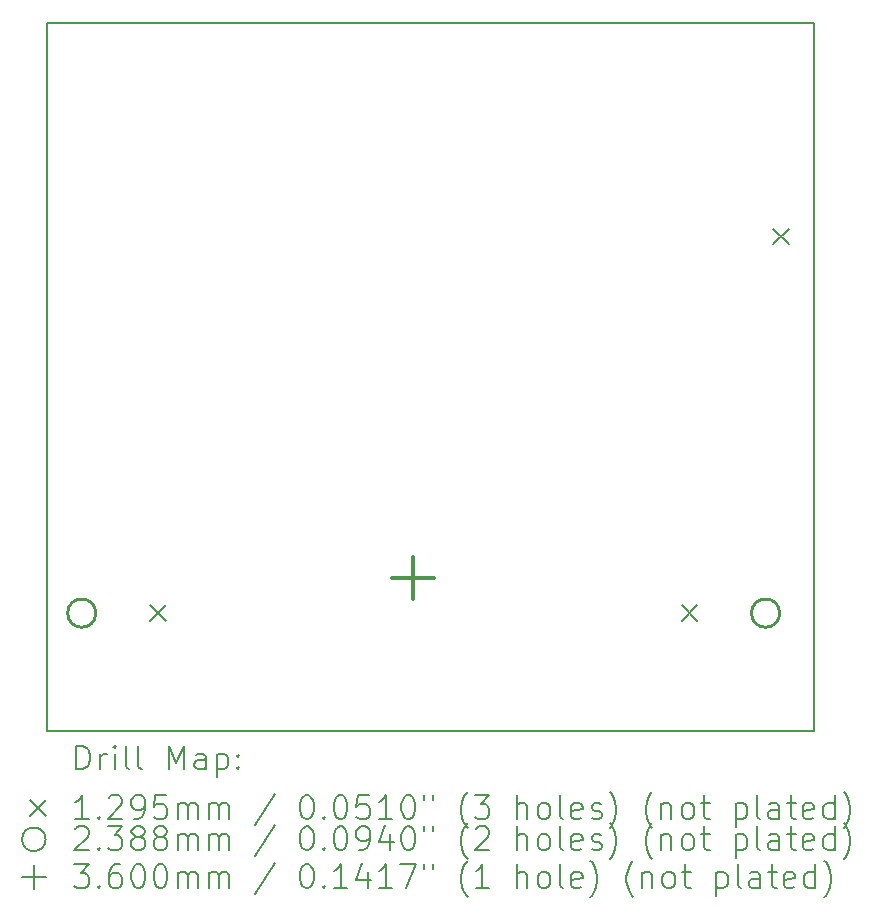
<source format=gbr>
%TF.GenerationSoftware,KiCad,Pcbnew,8.0.5*%
%TF.CreationDate,2024-11-21T16:33:17-05:00*%
%TF.ProjectId,Power_Daughterboard,506f7765-725f-4446-9175-676874657262,rev?*%
%TF.SameCoordinates,Original*%
%TF.FileFunction,Drillmap*%
%TF.FilePolarity,Positive*%
%FSLAX45Y45*%
G04 Gerber Fmt 4.5, Leading zero omitted, Abs format (unit mm)*
G04 Created by KiCad (PCBNEW 8.0.5) date 2024-11-21 16:33:17*
%MOMM*%
%LPD*%
G01*
G04 APERTURE LIST*
%ADD10C,0.200000*%
%ADD11C,0.129540*%
%ADD12C,0.238760*%
%ADD13C,0.360000*%
G04 APERTURE END LIST*
D10*
X10450000Y-6950000D02*
X16950000Y-6950000D01*
X16950000Y-12950000D01*
X10450000Y-12950000D01*
X10450000Y-6950000D01*
D11*
X11326230Y-11884230D02*
X11455770Y-12013770D01*
X11455770Y-11884230D02*
X11326230Y-12013770D01*
X15826231Y-11884230D02*
X15955771Y-12013770D01*
X15955771Y-11884230D02*
X15826231Y-12013770D01*
X16601230Y-8693230D02*
X16730770Y-8822770D01*
X16730770Y-8693230D02*
X16601230Y-8822770D01*
D12*
X10865380Y-11949000D02*
G75*
G02*
X10626620Y-11949000I-119380J0D01*
G01*
X10626620Y-11949000D02*
G75*
G02*
X10865380Y-11949000I119380J0D01*
G01*
X16655381Y-11949000D02*
G75*
G02*
X16416621Y-11949000I-119380J0D01*
G01*
X16416621Y-11949000D02*
G75*
G02*
X16655381Y-11949000I119380J0D01*
G01*
D13*
X13550000Y-11470000D02*
X13550000Y-11830000D01*
X13370000Y-11650000D02*
X13730000Y-11650000D01*
D10*
X10700777Y-13271484D02*
X10700777Y-13071484D01*
X10700777Y-13071484D02*
X10748396Y-13071484D01*
X10748396Y-13071484D02*
X10776967Y-13081008D01*
X10776967Y-13081008D02*
X10796015Y-13100055D01*
X10796015Y-13100055D02*
X10805539Y-13119103D01*
X10805539Y-13119103D02*
X10815063Y-13157198D01*
X10815063Y-13157198D02*
X10815063Y-13185769D01*
X10815063Y-13185769D02*
X10805539Y-13223865D01*
X10805539Y-13223865D02*
X10796015Y-13242912D01*
X10796015Y-13242912D02*
X10776967Y-13261960D01*
X10776967Y-13261960D02*
X10748396Y-13271484D01*
X10748396Y-13271484D02*
X10700777Y-13271484D01*
X10900777Y-13271484D02*
X10900777Y-13138150D01*
X10900777Y-13176246D02*
X10910301Y-13157198D01*
X10910301Y-13157198D02*
X10919824Y-13147674D01*
X10919824Y-13147674D02*
X10938872Y-13138150D01*
X10938872Y-13138150D02*
X10957920Y-13138150D01*
X11024586Y-13271484D02*
X11024586Y-13138150D01*
X11024586Y-13071484D02*
X11015063Y-13081008D01*
X11015063Y-13081008D02*
X11024586Y-13090531D01*
X11024586Y-13090531D02*
X11034110Y-13081008D01*
X11034110Y-13081008D02*
X11024586Y-13071484D01*
X11024586Y-13071484D02*
X11024586Y-13090531D01*
X11148396Y-13271484D02*
X11129348Y-13261960D01*
X11129348Y-13261960D02*
X11119824Y-13242912D01*
X11119824Y-13242912D02*
X11119824Y-13071484D01*
X11253158Y-13271484D02*
X11234110Y-13261960D01*
X11234110Y-13261960D02*
X11224586Y-13242912D01*
X11224586Y-13242912D02*
X11224586Y-13071484D01*
X11481729Y-13271484D02*
X11481729Y-13071484D01*
X11481729Y-13071484D02*
X11548396Y-13214341D01*
X11548396Y-13214341D02*
X11615062Y-13071484D01*
X11615062Y-13071484D02*
X11615062Y-13271484D01*
X11796015Y-13271484D02*
X11796015Y-13166722D01*
X11796015Y-13166722D02*
X11786491Y-13147674D01*
X11786491Y-13147674D02*
X11767443Y-13138150D01*
X11767443Y-13138150D02*
X11729348Y-13138150D01*
X11729348Y-13138150D02*
X11710301Y-13147674D01*
X11796015Y-13261960D02*
X11776967Y-13271484D01*
X11776967Y-13271484D02*
X11729348Y-13271484D01*
X11729348Y-13271484D02*
X11710301Y-13261960D01*
X11710301Y-13261960D02*
X11700777Y-13242912D01*
X11700777Y-13242912D02*
X11700777Y-13223865D01*
X11700777Y-13223865D02*
X11710301Y-13204817D01*
X11710301Y-13204817D02*
X11729348Y-13195293D01*
X11729348Y-13195293D02*
X11776967Y-13195293D01*
X11776967Y-13195293D02*
X11796015Y-13185769D01*
X11891253Y-13138150D02*
X11891253Y-13338150D01*
X11891253Y-13147674D02*
X11910301Y-13138150D01*
X11910301Y-13138150D02*
X11948396Y-13138150D01*
X11948396Y-13138150D02*
X11967443Y-13147674D01*
X11967443Y-13147674D02*
X11976967Y-13157198D01*
X11976967Y-13157198D02*
X11986491Y-13176246D01*
X11986491Y-13176246D02*
X11986491Y-13233388D01*
X11986491Y-13233388D02*
X11976967Y-13252436D01*
X11976967Y-13252436D02*
X11967443Y-13261960D01*
X11967443Y-13261960D02*
X11948396Y-13271484D01*
X11948396Y-13271484D02*
X11910301Y-13271484D01*
X11910301Y-13271484D02*
X11891253Y-13261960D01*
X12072205Y-13252436D02*
X12081729Y-13261960D01*
X12081729Y-13261960D02*
X12072205Y-13271484D01*
X12072205Y-13271484D02*
X12062682Y-13261960D01*
X12062682Y-13261960D02*
X12072205Y-13252436D01*
X12072205Y-13252436D02*
X12072205Y-13271484D01*
X12072205Y-13147674D02*
X12081729Y-13157198D01*
X12081729Y-13157198D02*
X12072205Y-13166722D01*
X12072205Y-13166722D02*
X12062682Y-13157198D01*
X12062682Y-13157198D02*
X12072205Y-13147674D01*
X12072205Y-13147674D02*
X12072205Y-13166722D01*
D11*
X10310460Y-13535230D02*
X10440000Y-13664770D01*
X10440000Y-13535230D02*
X10310460Y-13664770D01*
D10*
X10805539Y-13691484D02*
X10691253Y-13691484D01*
X10748396Y-13691484D02*
X10748396Y-13491484D01*
X10748396Y-13491484D02*
X10729348Y-13520055D01*
X10729348Y-13520055D02*
X10710301Y-13539103D01*
X10710301Y-13539103D02*
X10691253Y-13548627D01*
X10891253Y-13672436D02*
X10900777Y-13681960D01*
X10900777Y-13681960D02*
X10891253Y-13691484D01*
X10891253Y-13691484D02*
X10881729Y-13681960D01*
X10881729Y-13681960D02*
X10891253Y-13672436D01*
X10891253Y-13672436D02*
X10891253Y-13691484D01*
X10976967Y-13510531D02*
X10986491Y-13501008D01*
X10986491Y-13501008D02*
X11005539Y-13491484D01*
X11005539Y-13491484D02*
X11053158Y-13491484D01*
X11053158Y-13491484D02*
X11072205Y-13501008D01*
X11072205Y-13501008D02*
X11081729Y-13510531D01*
X11081729Y-13510531D02*
X11091253Y-13529579D01*
X11091253Y-13529579D02*
X11091253Y-13548627D01*
X11091253Y-13548627D02*
X11081729Y-13577198D01*
X11081729Y-13577198D02*
X10967444Y-13691484D01*
X10967444Y-13691484D02*
X11091253Y-13691484D01*
X11186491Y-13691484D02*
X11224586Y-13691484D01*
X11224586Y-13691484D02*
X11243634Y-13681960D01*
X11243634Y-13681960D02*
X11253158Y-13672436D01*
X11253158Y-13672436D02*
X11272205Y-13643865D01*
X11272205Y-13643865D02*
X11281729Y-13605769D01*
X11281729Y-13605769D02*
X11281729Y-13529579D01*
X11281729Y-13529579D02*
X11272205Y-13510531D01*
X11272205Y-13510531D02*
X11262682Y-13501008D01*
X11262682Y-13501008D02*
X11243634Y-13491484D01*
X11243634Y-13491484D02*
X11205539Y-13491484D01*
X11205539Y-13491484D02*
X11186491Y-13501008D01*
X11186491Y-13501008D02*
X11176967Y-13510531D01*
X11176967Y-13510531D02*
X11167444Y-13529579D01*
X11167444Y-13529579D02*
X11167444Y-13577198D01*
X11167444Y-13577198D02*
X11176967Y-13596246D01*
X11176967Y-13596246D02*
X11186491Y-13605769D01*
X11186491Y-13605769D02*
X11205539Y-13615293D01*
X11205539Y-13615293D02*
X11243634Y-13615293D01*
X11243634Y-13615293D02*
X11262682Y-13605769D01*
X11262682Y-13605769D02*
X11272205Y-13596246D01*
X11272205Y-13596246D02*
X11281729Y-13577198D01*
X11462682Y-13491484D02*
X11367443Y-13491484D01*
X11367443Y-13491484D02*
X11357920Y-13586722D01*
X11357920Y-13586722D02*
X11367443Y-13577198D01*
X11367443Y-13577198D02*
X11386491Y-13567674D01*
X11386491Y-13567674D02*
X11434110Y-13567674D01*
X11434110Y-13567674D02*
X11453158Y-13577198D01*
X11453158Y-13577198D02*
X11462682Y-13586722D01*
X11462682Y-13586722D02*
X11472205Y-13605769D01*
X11472205Y-13605769D02*
X11472205Y-13653388D01*
X11472205Y-13653388D02*
X11462682Y-13672436D01*
X11462682Y-13672436D02*
X11453158Y-13681960D01*
X11453158Y-13681960D02*
X11434110Y-13691484D01*
X11434110Y-13691484D02*
X11386491Y-13691484D01*
X11386491Y-13691484D02*
X11367443Y-13681960D01*
X11367443Y-13681960D02*
X11357920Y-13672436D01*
X11557920Y-13691484D02*
X11557920Y-13558150D01*
X11557920Y-13577198D02*
X11567443Y-13567674D01*
X11567443Y-13567674D02*
X11586491Y-13558150D01*
X11586491Y-13558150D02*
X11615063Y-13558150D01*
X11615063Y-13558150D02*
X11634110Y-13567674D01*
X11634110Y-13567674D02*
X11643634Y-13586722D01*
X11643634Y-13586722D02*
X11643634Y-13691484D01*
X11643634Y-13586722D02*
X11653158Y-13567674D01*
X11653158Y-13567674D02*
X11672205Y-13558150D01*
X11672205Y-13558150D02*
X11700777Y-13558150D01*
X11700777Y-13558150D02*
X11719824Y-13567674D01*
X11719824Y-13567674D02*
X11729348Y-13586722D01*
X11729348Y-13586722D02*
X11729348Y-13691484D01*
X11824586Y-13691484D02*
X11824586Y-13558150D01*
X11824586Y-13577198D02*
X11834110Y-13567674D01*
X11834110Y-13567674D02*
X11853158Y-13558150D01*
X11853158Y-13558150D02*
X11881729Y-13558150D01*
X11881729Y-13558150D02*
X11900777Y-13567674D01*
X11900777Y-13567674D02*
X11910301Y-13586722D01*
X11910301Y-13586722D02*
X11910301Y-13691484D01*
X11910301Y-13586722D02*
X11919824Y-13567674D01*
X11919824Y-13567674D02*
X11938872Y-13558150D01*
X11938872Y-13558150D02*
X11967443Y-13558150D01*
X11967443Y-13558150D02*
X11986491Y-13567674D01*
X11986491Y-13567674D02*
X11996015Y-13586722D01*
X11996015Y-13586722D02*
X11996015Y-13691484D01*
X12386491Y-13481960D02*
X12215063Y-13739103D01*
X12643634Y-13491484D02*
X12662682Y-13491484D01*
X12662682Y-13491484D02*
X12681729Y-13501008D01*
X12681729Y-13501008D02*
X12691253Y-13510531D01*
X12691253Y-13510531D02*
X12700777Y-13529579D01*
X12700777Y-13529579D02*
X12710301Y-13567674D01*
X12710301Y-13567674D02*
X12710301Y-13615293D01*
X12710301Y-13615293D02*
X12700777Y-13653388D01*
X12700777Y-13653388D02*
X12691253Y-13672436D01*
X12691253Y-13672436D02*
X12681729Y-13681960D01*
X12681729Y-13681960D02*
X12662682Y-13691484D01*
X12662682Y-13691484D02*
X12643634Y-13691484D01*
X12643634Y-13691484D02*
X12624586Y-13681960D01*
X12624586Y-13681960D02*
X12615063Y-13672436D01*
X12615063Y-13672436D02*
X12605539Y-13653388D01*
X12605539Y-13653388D02*
X12596015Y-13615293D01*
X12596015Y-13615293D02*
X12596015Y-13567674D01*
X12596015Y-13567674D02*
X12605539Y-13529579D01*
X12605539Y-13529579D02*
X12615063Y-13510531D01*
X12615063Y-13510531D02*
X12624586Y-13501008D01*
X12624586Y-13501008D02*
X12643634Y-13491484D01*
X12796015Y-13672436D02*
X12805539Y-13681960D01*
X12805539Y-13681960D02*
X12796015Y-13691484D01*
X12796015Y-13691484D02*
X12786491Y-13681960D01*
X12786491Y-13681960D02*
X12796015Y-13672436D01*
X12796015Y-13672436D02*
X12796015Y-13691484D01*
X12929348Y-13491484D02*
X12948396Y-13491484D01*
X12948396Y-13491484D02*
X12967444Y-13501008D01*
X12967444Y-13501008D02*
X12976967Y-13510531D01*
X12976967Y-13510531D02*
X12986491Y-13529579D01*
X12986491Y-13529579D02*
X12996015Y-13567674D01*
X12996015Y-13567674D02*
X12996015Y-13615293D01*
X12996015Y-13615293D02*
X12986491Y-13653388D01*
X12986491Y-13653388D02*
X12976967Y-13672436D01*
X12976967Y-13672436D02*
X12967444Y-13681960D01*
X12967444Y-13681960D02*
X12948396Y-13691484D01*
X12948396Y-13691484D02*
X12929348Y-13691484D01*
X12929348Y-13691484D02*
X12910301Y-13681960D01*
X12910301Y-13681960D02*
X12900777Y-13672436D01*
X12900777Y-13672436D02*
X12891253Y-13653388D01*
X12891253Y-13653388D02*
X12881729Y-13615293D01*
X12881729Y-13615293D02*
X12881729Y-13567674D01*
X12881729Y-13567674D02*
X12891253Y-13529579D01*
X12891253Y-13529579D02*
X12900777Y-13510531D01*
X12900777Y-13510531D02*
X12910301Y-13501008D01*
X12910301Y-13501008D02*
X12929348Y-13491484D01*
X13176967Y-13491484D02*
X13081729Y-13491484D01*
X13081729Y-13491484D02*
X13072206Y-13586722D01*
X13072206Y-13586722D02*
X13081729Y-13577198D01*
X13081729Y-13577198D02*
X13100777Y-13567674D01*
X13100777Y-13567674D02*
X13148396Y-13567674D01*
X13148396Y-13567674D02*
X13167444Y-13577198D01*
X13167444Y-13577198D02*
X13176967Y-13586722D01*
X13176967Y-13586722D02*
X13186491Y-13605769D01*
X13186491Y-13605769D02*
X13186491Y-13653388D01*
X13186491Y-13653388D02*
X13176967Y-13672436D01*
X13176967Y-13672436D02*
X13167444Y-13681960D01*
X13167444Y-13681960D02*
X13148396Y-13691484D01*
X13148396Y-13691484D02*
X13100777Y-13691484D01*
X13100777Y-13691484D02*
X13081729Y-13681960D01*
X13081729Y-13681960D02*
X13072206Y-13672436D01*
X13376967Y-13691484D02*
X13262682Y-13691484D01*
X13319825Y-13691484D02*
X13319825Y-13491484D01*
X13319825Y-13491484D02*
X13300777Y-13520055D01*
X13300777Y-13520055D02*
X13281729Y-13539103D01*
X13281729Y-13539103D02*
X13262682Y-13548627D01*
X13500777Y-13491484D02*
X13519825Y-13491484D01*
X13519825Y-13491484D02*
X13538872Y-13501008D01*
X13538872Y-13501008D02*
X13548396Y-13510531D01*
X13548396Y-13510531D02*
X13557920Y-13529579D01*
X13557920Y-13529579D02*
X13567444Y-13567674D01*
X13567444Y-13567674D02*
X13567444Y-13615293D01*
X13567444Y-13615293D02*
X13557920Y-13653388D01*
X13557920Y-13653388D02*
X13548396Y-13672436D01*
X13548396Y-13672436D02*
X13538872Y-13681960D01*
X13538872Y-13681960D02*
X13519825Y-13691484D01*
X13519825Y-13691484D02*
X13500777Y-13691484D01*
X13500777Y-13691484D02*
X13481729Y-13681960D01*
X13481729Y-13681960D02*
X13472206Y-13672436D01*
X13472206Y-13672436D02*
X13462682Y-13653388D01*
X13462682Y-13653388D02*
X13453158Y-13615293D01*
X13453158Y-13615293D02*
X13453158Y-13567674D01*
X13453158Y-13567674D02*
X13462682Y-13529579D01*
X13462682Y-13529579D02*
X13472206Y-13510531D01*
X13472206Y-13510531D02*
X13481729Y-13501008D01*
X13481729Y-13501008D02*
X13500777Y-13491484D01*
X13643634Y-13491484D02*
X13643634Y-13529579D01*
X13719825Y-13491484D02*
X13719825Y-13529579D01*
X14015063Y-13767674D02*
X14005539Y-13758150D01*
X14005539Y-13758150D02*
X13986491Y-13729579D01*
X13986491Y-13729579D02*
X13976968Y-13710531D01*
X13976968Y-13710531D02*
X13967444Y-13681960D01*
X13967444Y-13681960D02*
X13957920Y-13634341D01*
X13957920Y-13634341D02*
X13957920Y-13596246D01*
X13957920Y-13596246D02*
X13967444Y-13548627D01*
X13967444Y-13548627D02*
X13976968Y-13520055D01*
X13976968Y-13520055D02*
X13986491Y-13501008D01*
X13986491Y-13501008D02*
X14005539Y-13472436D01*
X14005539Y-13472436D02*
X14015063Y-13462912D01*
X14072206Y-13491484D02*
X14196015Y-13491484D01*
X14196015Y-13491484D02*
X14129348Y-13567674D01*
X14129348Y-13567674D02*
X14157920Y-13567674D01*
X14157920Y-13567674D02*
X14176968Y-13577198D01*
X14176968Y-13577198D02*
X14186491Y-13586722D01*
X14186491Y-13586722D02*
X14196015Y-13605769D01*
X14196015Y-13605769D02*
X14196015Y-13653388D01*
X14196015Y-13653388D02*
X14186491Y-13672436D01*
X14186491Y-13672436D02*
X14176968Y-13681960D01*
X14176968Y-13681960D02*
X14157920Y-13691484D01*
X14157920Y-13691484D02*
X14100777Y-13691484D01*
X14100777Y-13691484D02*
X14081729Y-13681960D01*
X14081729Y-13681960D02*
X14072206Y-13672436D01*
X14434110Y-13691484D02*
X14434110Y-13491484D01*
X14519825Y-13691484D02*
X14519825Y-13586722D01*
X14519825Y-13586722D02*
X14510301Y-13567674D01*
X14510301Y-13567674D02*
X14491253Y-13558150D01*
X14491253Y-13558150D02*
X14462682Y-13558150D01*
X14462682Y-13558150D02*
X14443634Y-13567674D01*
X14443634Y-13567674D02*
X14434110Y-13577198D01*
X14643634Y-13691484D02*
X14624587Y-13681960D01*
X14624587Y-13681960D02*
X14615063Y-13672436D01*
X14615063Y-13672436D02*
X14605539Y-13653388D01*
X14605539Y-13653388D02*
X14605539Y-13596246D01*
X14605539Y-13596246D02*
X14615063Y-13577198D01*
X14615063Y-13577198D02*
X14624587Y-13567674D01*
X14624587Y-13567674D02*
X14643634Y-13558150D01*
X14643634Y-13558150D02*
X14672206Y-13558150D01*
X14672206Y-13558150D02*
X14691253Y-13567674D01*
X14691253Y-13567674D02*
X14700777Y-13577198D01*
X14700777Y-13577198D02*
X14710301Y-13596246D01*
X14710301Y-13596246D02*
X14710301Y-13653388D01*
X14710301Y-13653388D02*
X14700777Y-13672436D01*
X14700777Y-13672436D02*
X14691253Y-13681960D01*
X14691253Y-13681960D02*
X14672206Y-13691484D01*
X14672206Y-13691484D02*
X14643634Y-13691484D01*
X14824587Y-13691484D02*
X14805539Y-13681960D01*
X14805539Y-13681960D02*
X14796015Y-13662912D01*
X14796015Y-13662912D02*
X14796015Y-13491484D01*
X14976968Y-13681960D02*
X14957920Y-13691484D01*
X14957920Y-13691484D02*
X14919825Y-13691484D01*
X14919825Y-13691484D02*
X14900777Y-13681960D01*
X14900777Y-13681960D02*
X14891253Y-13662912D01*
X14891253Y-13662912D02*
X14891253Y-13586722D01*
X14891253Y-13586722D02*
X14900777Y-13567674D01*
X14900777Y-13567674D02*
X14919825Y-13558150D01*
X14919825Y-13558150D02*
X14957920Y-13558150D01*
X14957920Y-13558150D02*
X14976968Y-13567674D01*
X14976968Y-13567674D02*
X14986491Y-13586722D01*
X14986491Y-13586722D02*
X14986491Y-13605769D01*
X14986491Y-13605769D02*
X14891253Y-13624817D01*
X15062682Y-13681960D02*
X15081730Y-13691484D01*
X15081730Y-13691484D02*
X15119825Y-13691484D01*
X15119825Y-13691484D02*
X15138872Y-13681960D01*
X15138872Y-13681960D02*
X15148396Y-13662912D01*
X15148396Y-13662912D02*
X15148396Y-13653388D01*
X15148396Y-13653388D02*
X15138872Y-13634341D01*
X15138872Y-13634341D02*
X15119825Y-13624817D01*
X15119825Y-13624817D02*
X15091253Y-13624817D01*
X15091253Y-13624817D02*
X15072206Y-13615293D01*
X15072206Y-13615293D02*
X15062682Y-13596246D01*
X15062682Y-13596246D02*
X15062682Y-13586722D01*
X15062682Y-13586722D02*
X15072206Y-13567674D01*
X15072206Y-13567674D02*
X15091253Y-13558150D01*
X15091253Y-13558150D02*
X15119825Y-13558150D01*
X15119825Y-13558150D02*
X15138872Y-13567674D01*
X15215063Y-13767674D02*
X15224587Y-13758150D01*
X15224587Y-13758150D02*
X15243634Y-13729579D01*
X15243634Y-13729579D02*
X15253158Y-13710531D01*
X15253158Y-13710531D02*
X15262682Y-13681960D01*
X15262682Y-13681960D02*
X15272206Y-13634341D01*
X15272206Y-13634341D02*
X15272206Y-13596246D01*
X15272206Y-13596246D02*
X15262682Y-13548627D01*
X15262682Y-13548627D02*
X15253158Y-13520055D01*
X15253158Y-13520055D02*
X15243634Y-13501008D01*
X15243634Y-13501008D02*
X15224587Y-13472436D01*
X15224587Y-13472436D02*
X15215063Y-13462912D01*
X15576968Y-13767674D02*
X15567444Y-13758150D01*
X15567444Y-13758150D02*
X15548396Y-13729579D01*
X15548396Y-13729579D02*
X15538872Y-13710531D01*
X15538872Y-13710531D02*
X15529349Y-13681960D01*
X15529349Y-13681960D02*
X15519825Y-13634341D01*
X15519825Y-13634341D02*
X15519825Y-13596246D01*
X15519825Y-13596246D02*
X15529349Y-13548627D01*
X15529349Y-13548627D02*
X15538872Y-13520055D01*
X15538872Y-13520055D02*
X15548396Y-13501008D01*
X15548396Y-13501008D02*
X15567444Y-13472436D01*
X15567444Y-13472436D02*
X15576968Y-13462912D01*
X15653158Y-13558150D02*
X15653158Y-13691484D01*
X15653158Y-13577198D02*
X15662682Y-13567674D01*
X15662682Y-13567674D02*
X15681730Y-13558150D01*
X15681730Y-13558150D02*
X15710301Y-13558150D01*
X15710301Y-13558150D02*
X15729349Y-13567674D01*
X15729349Y-13567674D02*
X15738872Y-13586722D01*
X15738872Y-13586722D02*
X15738872Y-13691484D01*
X15862682Y-13691484D02*
X15843634Y-13681960D01*
X15843634Y-13681960D02*
X15834111Y-13672436D01*
X15834111Y-13672436D02*
X15824587Y-13653388D01*
X15824587Y-13653388D02*
X15824587Y-13596246D01*
X15824587Y-13596246D02*
X15834111Y-13577198D01*
X15834111Y-13577198D02*
X15843634Y-13567674D01*
X15843634Y-13567674D02*
X15862682Y-13558150D01*
X15862682Y-13558150D02*
X15891253Y-13558150D01*
X15891253Y-13558150D02*
X15910301Y-13567674D01*
X15910301Y-13567674D02*
X15919825Y-13577198D01*
X15919825Y-13577198D02*
X15929349Y-13596246D01*
X15929349Y-13596246D02*
X15929349Y-13653388D01*
X15929349Y-13653388D02*
X15919825Y-13672436D01*
X15919825Y-13672436D02*
X15910301Y-13681960D01*
X15910301Y-13681960D02*
X15891253Y-13691484D01*
X15891253Y-13691484D02*
X15862682Y-13691484D01*
X15986492Y-13558150D02*
X16062682Y-13558150D01*
X16015063Y-13491484D02*
X16015063Y-13662912D01*
X16015063Y-13662912D02*
X16024587Y-13681960D01*
X16024587Y-13681960D02*
X16043634Y-13691484D01*
X16043634Y-13691484D02*
X16062682Y-13691484D01*
X16281730Y-13558150D02*
X16281730Y-13758150D01*
X16281730Y-13567674D02*
X16300777Y-13558150D01*
X16300777Y-13558150D02*
X16338873Y-13558150D01*
X16338873Y-13558150D02*
X16357920Y-13567674D01*
X16357920Y-13567674D02*
X16367444Y-13577198D01*
X16367444Y-13577198D02*
X16376968Y-13596246D01*
X16376968Y-13596246D02*
X16376968Y-13653388D01*
X16376968Y-13653388D02*
X16367444Y-13672436D01*
X16367444Y-13672436D02*
X16357920Y-13681960D01*
X16357920Y-13681960D02*
X16338873Y-13691484D01*
X16338873Y-13691484D02*
X16300777Y-13691484D01*
X16300777Y-13691484D02*
X16281730Y-13681960D01*
X16491253Y-13691484D02*
X16472206Y-13681960D01*
X16472206Y-13681960D02*
X16462682Y-13662912D01*
X16462682Y-13662912D02*
X16462682Y-13491484D01*
X16653158Y-13691484D02*
X16653158Y-13586722D01*
X16653158Y-13586722D02*
X16643634Y-13567674D01*
X16643634Y-13567674D02*
X16624587Y-13558150D01*
X16624587Y-13558150D02*
X16586492Y-13558150D01*
X16586492Y-13558150D02*
X16567444Y-13567674D01*
X16653158Y-13681960D02*
X16634111Y-13691484D01*
X16634111Y-13691484D02*
X16586492Y-13691484D01*
X16586492Y-13691484D02*
X16567444Y-13681960D01*
X16567444Y-13681960D02*
X16557920Y-13662912D01*
X16557920Y-13662912D02*
X16557920Y-13643865D01*
X16557920Y-13643865D02*
X16567444Y-13624817D01*
X16567444Y-13624817D02*
X16586492Y-13615293D01*
X16586492Y-13615293D02*
X16634111Y-13615293D01*
X16634111Y-13615293D02*
X16653158Y-13605769D01*
X16719825Y-13558150D02*
X16796015Y-13558150D01*
X16748396Y-13491484D02*
X16748396Y-13662912D01*
X16748396Y-13662912D02*
X16757920Y-13681960D01*
X16757920Y-13681960D02*
X16776968Y-13691484D01*
X16776968Y-13691484D02*
X16796015Y-13691484D01*
X16938873Y-13681960D02*
X16919825Y-13691484D01*
X16919825Y-13691484D02*
X16881730Y-13691484D01*
X16881730Y-13691484D02*
X16862682Y-13681960D01*
X16862682Y-13681960D02*
X16853158Y-13662912D01*
X16853158Y-13662912D02*
X16853158Y-13586722D01*
X16853158Y-13586722D02*
X16862682Y-13567674D01*
X16862682Y-13567674D02*
X16881730Y-13558150D01*
X16881730Y-13558150D02*
X16919825Y-13558150D01*
X16919825Y-13558150D02*
X16938873Y-13567674D01*
X16938873Y-13567674D02*
X16948396Y-13586722D01*
X16948396Y-13586722D02*
X16948396Y-13605769D01*
X16948396Y-13605769D02*
X16853158Y-13624817D01*
X17119825Y-13691484D02*
X17119825Y-13491484D01*
X17119825Y-13681960D02*
X17100777Y-13691484D01*
X17100777Y-13691484D02*
X17062682Y-13691484D01*
X17062682Y-13691484D02*
X17043635Y-13681960D01*
X17043635Y-13681960D02*
X17034111Y-13672436D01*
X17034111Y-13672436D02*
X17024587Y-13653388D01*
X17024587Y-13653388D02*
X17024587Y-13596246D01*
X17024587Y-13596246D02*
X17034111Y-13577198D01*
X17034111Y-13577198D02*
X17043635Y-13567674D01*
X17043635Y-13567674D02*
X17062682Y-13558150D01*
X17062682Y-13558150D02*
X17100777Y-13558150D01*
X17100777Y-13558150D02*
X17119825Y-13567674D01*
X17196016Y-13767674D02*
X17205539Y-13758150D01*
X17205539Y-13758150D02*
X17224587Y-13729579D01*
X17224587Y-13729579D02*
X17234111Y-13710531D01*
X17234111Y-13710531D02*
X17243635Y-13681960D01*
X17243635Y-13681960D02*
X17253158Y-13634341D01*
X17253158Y-13634341D02*
X17253158Y-13596246D01*
X17253158Y-13596246D02*
X17243635Y-13548627D01*
X17243635Y-13548627D02*
X17234111Y-13520055D01*
X17234111Y-13520055D02*
X17224587Y-13501008D01*
X17224587Y-13501008D02*
X17205539Y-13472436D01*
X17205539Y-13472436D02*
X17196016Y-13462912D01*
X10440000Y-13864000D02*
G75*
G02*
X10240000Y-13864000I-100000J0D01*
G01*
X10240000Y-13864000D02*
G75*
G02*
X10440000Y-13864000I100000J0D01*
G01*
X10691253Y-13774531D02*
X10700777Y-13765008D01*
X10700777Y-13765008D02*
X10719824Y-13755484D01*
X10719824Y-13755484D02*
X10767444Y-13755484D01*
X10767444Y-13755484D02*
X10786491Y-13765008D01*
X10786491Y-13765008D02*
X10796015Y-13774531D01*
X10796015Y-13774531D02*
X10805539Y-13793579D01*
X10805539Y-13793579D02*
X10805539Y-13812627D01*
X10805539Y-13812627D02*
X10796015Y-13841198D01*
X10796015Y-13841198D02*
X10681729Y-13955484D01*
X10681729Y-13955484D02*
X10805539Y-13955484D01*
X10891253Y-13936436D02*
X10900777Y-13945960D01*
X10900777Y-13945960D02*
X10891253Y-13955484D01*
X10891253Y-13955484D02*
X10881729Y-13945960D01*
X10881729Y-13945960D02*
X10891253Y-13936436D01*
X10891253Y-13936436D02*
X10891253Y-13955484D01*
X10967444Y-13755484D02*
X11091253Y-13755484D01*
X11091253Y-13755484D02*
X11024586Y-13831674D01*
X11024586Y-13831674D02*
X11053158Y-13831674D01*
X11053158Y-13831674D02*
X11072205Y-13841198D01*
X11072205Y-13841198D02*
X11081729Y-13850722D01*
X11081729Y-13850722D02*
X11091253Y-13869769D01*
X11091253Y-13869769D02*
X11091253Y-13917388D01*
X11091253Y-13917388D02*
X11081729Y-13936436D01*
X11081729Y-13936436D02*
X11072205Y-13945960D01*
X11072205Y-13945960D02*
X11053158Y-13955484D01*
X11053158Y-13955484D02*
X10996015Y-13955484D01*
X10996015Y-13955484D02*
X10976967Y-13945960D01*
X10976967Y-13945960D02*
X10967444Y-13936436D01*
X11205539Y-13841198D02*
X11186491Y-13831674D01*
X11186491Y-13831674D02*
X11176967Y-13822150D01*
X11176967Y-13822150D02*
X11167444Y-13803103D01*
X11167444Y-13803103D02*
X11167444Y-13793579D01*
X11167444Y-13793579D02*
X11176967Y-13774531D01*
X11176967Y-13774531D02*
X11186491Y-13765008D01*
X11186491Y-13765008D02*
X11205539Y-13755484D01*
X11205539Y-13755484D02*
X11243634Y-13755484D01*
X11243634Y-13755484D02*
X11262682Y-13765008D01*
X11262682Y-13765008D02*
X11272205Y-13774531D01*
X11272205Y-13774531D02*
X11281729Y-13793579D01*
X11281729Y-13793579D02*
X11281729Y-13803103D01*
X11281729Y-13803103D02*
X11272205Y-13822150D01*
X11272205Y-13822150D02*
X11262682Y-13831674D01*
X11262682Y-13831674D02*
X11243634Y-13841198D01*
X11243634Y-13841198D02*
X11205539Y-13841198D01*
X11205539Y-13841198D02*
X11186491Y-13850722D01*
X11186491Y-13850722D02*
X11176967Y-13860246D01*
X11176967Y-13860246D02*
X11167444Y-13879293D01*
X11167444Y-13879293D02*
X11167444Y-13917388D01*
X11167444Y-13917388D02*
X11176967Y-13936436D01*
X11176967Y-13936436D02*
X11186491Y-13945960D01*
X11186491Y-13945960D02*
X11205539Y-13955484D01*
X11205539Y-13955484D02*
X11243634Y-13955484D01*
X11243634Y-13955484D02*
X11262682Y-13945960D01*
X11262682Y-13945960D02*
X11272205Y-13936436D01*
X11272205Y-13936436D02*
X11281729Y-13917388D01*
X11281729Y-13917388D02*
X11281729Y-13879293D01*
X11281729Y-13879293D02*
X11272205Y-13860246D01*
X11272205Y-13860246D02*
X11262682Y-13850722D01*
X11262682Y-13850722D02*
X11243634Y-13841198D01*
X11396015Y-13841198D02*
X11376967Y-13831674D01*
X11376967Y-13831674D02*
X11367443Y-13822150D01*
X11367443Y-13822150D02*
X11357920Y-13803103D01*
X11357920Y-13803103D02*
X11357920Y-13793579D01*
X11357920Y-13793579D02*
X11367443Y-13774531D01*
X11367443Y-13774531D02*
X11376967Y-13765008D01*
X11376967Y-13765008D02*
X11396015Y-13755484D01*
X11396015Y-13755484D02*
X11434110Y-13755484D01*
X11434110Y-13755484D02*
X11453158Y-13765008D01*
X11453158Y-13765008D02*
X11462682Y-13774531D01*
X11462682Y-13774531D02*
X11472205Y-13793579D01*
X11472205Y-13793579D02*
X11472205Y-13803103D01*
X11472205Y-13803103D02*
X11462682Y-13822150D01*
X11462682Y-13822150D02*
X11453158Y-13831674D01*
X11453158Y-13831674D02*
X11434110Y-13841198D01*
X11434110Y-13841198D02*
X11396015Y-13841198D01*
X11396015Y-13841198D02*
X11376967Y-13850722D01*
X11376967Y-13850722D02*
X11367443Y-13860246D01*
X11367443Y-13860246D02*
X11357920Y-13879293D01*
X11357920Y-13879293D02*
X11357920Y-13917388D01*
X11357920Y-13917388D02*
X11367443Y-13936436D01*
X11367443Y-13936436D02*
X11376967Y-13945960D01*
X11376967Y-13945960D02*
X11396015Y-13955484D01*
X11396015Y-13955484D02*
X11434110Y-13955484D01*
X11434110Y-13955484D02*
X11453158Y-13945960D01*
X11453158Y-13945960D02*
X11462682Y-13936436D01*
X11462682Y-13936436D02*
X11472205Y-13917388D01*
X11472205Y-13917388D02*
X11472205Y-13879293D01*
X11472205Y-13879293D02*
X11462682Y-13860246D01*
X11462682Y-13860246D02*
X11453158Y-13850722D01*
X11453158Y-13850722D02*
X11434110Y-13841198D01*
X11557920Y-13955484D02*
X11557920Y-13822150D01*
X11557920Y-13841198D02*
X11567443Y-13831674D01*
X11567443Y-13831674D02*
X11586491Y-13822150D01*
X11586491Y-13822150D02*
X11615063Y-13822150D01*
X11615063Y-13822150D02*
X11634110Y-13831674D01*
X11634110Y-13831674D02*
X11643634Y-13850722D01*
X11643634Y-13850722D02*
X11643634Y-13955484D01*
X11643634Y-13850722D02*
X11653158Y-13831674D01*
X11653158Y-13831674D02*
X11672205Y-13822150D01*
X11672205Y-13822150D02*
X11700777Y-13822150D01*
X11700777Y-13822150D02*
X11719824Y-13831674D01*
X11719824Y-13831674D02*
X11729348Y-13850722D01*
X11729348Y-13850722D02*
X11729348Y-13955484D01*
X11824586Y-13955484D02*
X11824586Y-13822150D01*
X11824586Y-13841198D02*
X11834110Y-13831674D01*
X11834110Y-13831674D02*
X11853158Y-13822150D01*
X11853158Y-13822150D02*
X11881729Y-13822150D01*
X11881729Y-13822150D02*
X11900777Y-13831674D01*
X11900777Y-13831674D02*
X11910301Y-13850722D01*
X11910301Y-13850722D02*
X11910301Y-13955484D01*
X11910301Y-13850722D02*
X11919824Y-13831674D01*
X11919824Y-13831674D02*
X11938872Y-13822150D01*
X11938872Y-13822150D02*
X11967443Y-13822150D01*
X11967443Y-13822150D02*
X11986491Y-13831674D01*
X11986491Y-13831674D02*
X11996015Y-13850722D01*
X11996015Y-13850722D02*
X11996015Y-13955484D01*
X12386491Y-13745960D02*
X12215063Y-14003103D01*
X12643634Y-13755484D02*
X12662682Y-13755484D01*
X12662682Y-13755484D02*
X12681729Y-13765008D01*
X12681729Y-13765008D02*
X12691253Y-13774531D01*
X12691253Y-13774531D02*
X12700777Y-13793579D01*
X12700777Y-13793579D02*
X12710301Y-13831674D01*
X12710301Y-13831674D02*
X12710301Y-13879293D01*
X12710301Y-13879293D02*
X12700777Y-13917388D01*
X12700777Y-13917388D02*
X12691253Y-13936436D01*
X12691253Y-13936436D02*
X12681729Y-13945960D01*
X12681729Y-13945960D02*
X12662682Y-13955484D01*
X12662682Y-13955484D02*
X12643634Y-13955484D01*
X12643634Y-13955484D02*
X12624586Y-13945960D01*
X12624586Y-13945960D02*
X12615063Y-13936436D01*
X12615063Y-13936436D02*
X12605539Y-13917388D01*
X12605539Y-13917388D02*
X12596015Y-13879293D01*
X12596015Y-13879293D02*
X12596015Y-13831674D01*
X12596015Y-13831674D02*
X12605539Y-13793579D01*
X12605539Y-13793579D02*
X12615063Y-13774531D01*
X12615063Y-13774531D02*
X12624586Y-13765008D01*
X12624586Y-13765008D02*
X12643634Y-13755484D01*
X12796015Y-13936436D02*
X12805539Y-13945960D01*
X12805539Y-13945960D02*
X12796015Y-13955484D01*
X12796015Y-13955484D02*
X12786491Y-13945960D01*
X12786491Y-13945960D02*
X12796015Y-13936436D01*
X12796015Y-13936436D02*
X12796015Y-13955484D01*
X12929348Y-13755484D02*
X12948396Y-13755484D01*
X12948396Y-13755484D02*
X12967444Y-13765008D01*
X12967444Y-13765008D02*
X12976967Y-13774531D01*
X12976967Y-13774531D02*
X12986491Y-13793579D01*
X12986491Y-13793579D02*
X12996015Y-13831674D01*
X12996015Y-13831674D02*
X12996015Y-13879293D01*
X12996015Y-13879293D02*
X12986491Y-13917388D01*
X12986491Y-13917388D02*
X12976967Y-13936436D01*
X12976967Y-13936436D02*
X12967444Y-13945960D01*
X12967444Y-13945960D02*
X12948396Y-13955484D01*
X12948396Y-13955484D02*
X12929348Y-13955484D01*
X12929348Y-13955484D02*
X12910301Y-13945960D01*
X12910301Y-13945960D02*
X12900777Y-13936436D01*
X12900777Y-13936436D02*
X12891253Y-13917388D01*
X12891253Y-13917388D02*
X12881729Y-13879293D01*
X12881729Y-13879293D02*
X12881729Y-13831674D01*
X12881729Y-13831674D02*
X12891253Y-13793579D01*
X12891253Y-13793579D02*
X12900777Y-13774531D01*
X12900777Y-13774531D02*
X12910301Y-13765008D01*
X12910301Y-13765008D02*
X12929348Y-13755484D01*
X13091253Y-13955484D02*
X13129348Y-13955484D01*
X13129348Y-13955484D02*
X13148396Y-13945960D01*
X13148396Y-13945960D02*
X13157920Y-13936436D01*
X13157920Y-13936436D02*
X13176967Y-13907865D01*
X13176967Y-13907865D02*
X13186491Y-13869769D01*
X13186491Y-13869769D02*
X13186491Y-13793579D01*
X13186491Y-13793579D02*
X13176967Y-13774531D01*
X13176967Y-13774531D02*
X13167444Y-13765008D01*
X13167444Y-13765008D02*
X13148396Y-13755484D01*
X13148396Y-13755484D02*
X13110301Y-13755484D01*
X13110301Y-13755484D02*
X13091253Y-13765008D01*
X13091253Y-13765008D02*
X13081729Y-13774531D01*
X13081729Y-13774531D02*
X13072206Y-13793579D01*
X13072206Y-13793579D02*
X13072206Y-13841198D01*
X13072206Y-13841198D02*
X13081729Y-13860246D01*
X13081729Y-13860246D02*
X13091253Y-13869769D01*
X13091253Y-13869769D02*
X13110301Y-13879293D01*
X13110301Y-13879293D02*
X13148396Y-13879293D01*
X13148396Y-13879293D02*
X13167444Y-13869769D01*
X13167444Y-13869769D02*
X13176967Y-13860246D01*
X13176967Y-13860246D02*
X13186491Y-13841198D01*
X13357920Y-13822150D02*
X13357920Y-13955484D01*
X13310301Y-13745960D02*
X13262682Y-13888817D01*
X13262682Y-13888817D02*
X13386491Y-13888817D01*
X13500777Y-13755484D02*
X13519825Y-13755484D01*
X13519825Y-13755484D02*
X13538872Y-13765008D01*
X13538872Y-13765008D02*
X13548396Y-13774531D01*
X13548396Y-13774531D02*
X13557920Y-13793579D01*
X13557920Y-13793579D02*
X13567444Y-13831674D01*
X13567444Y-13831674D02*
X13567444Y-13879293D01*
X13567444Y-13879293D02*
X13557920Y-13917388D01*
X13557920Y-13917388D02*
X13548396Y-13936436D01*
X13548396Y-13936436D02*
X13538872Y-13945960D01*
X13538872Y-13945960D02*
X13519825Y-13955484D01*
X13519825Y-13955484D02*
X13500777Y-13955484D01*
X13500777Y-13955484D02*
X13481729Y-13945960D01*
X13481729Y-13945960D02*
X13472206Y-13936436D01*
X13472206Y-13936436D02*
X13462682Y-13917388D01*
X13462682Y-13917388D02*
X13453158Y-13879293D01*
X13453158Y-13879293D02*
X13453158Y-13831674D01*
X13453158Y-13831674D02*
X13462682Y-13793579D01*
X13462682Y-13793579D02*
X13472206Y-13774531D01*
X13472206Y-13774531D02*
X13481729Y-13765008D01*
X13481729Y-13765008D02*
X13500777Y-13755484D01*
X13643634Y-13755484D02*
X13643634Y-13793579D01*
X13719825Y-13755484D02*
X13719825Y-13793579D01*
X14015063Y-14031674D02*
X14005539Y-14022150D01*
X14005539Y-14022150D02*
X13986491Y-13993579D01*
X13986491Y-13993579D02*
X13976968Y-13974531D01*
X13976968Y-13974531D02*
X13967444Y-13945960D01*
X13967444Y-13945960D02*
X13957920Y-13898341D01*
X13957920Y-13898341D02*
X13957920Y-13860246D01*
X13957920Y-13860246D02*
X13967444Y-13812627D01*
X13967444Y-13812627D02*
X13976968Y-13784055D01*
X13976968Y-13784055D02*
X13986491Y-13765008D01*
X13986491Y-13765008D02*
X14005539Y-13736436D01*
X14005539Y-13736436D02*
X14015063Y-13726912D01*
X14081729Y-13774531D02*
X14091253Y-13765008D01*
X14091253Y-13765008D02*
X14110301Y-13755484D01*
X14110301Y-13755484D02*
X14157920Y-13755484D01*
X14157920Y-13755484D02*
X14176968Y-13765008D01*
X14176968Y-13765008D02*
X14186491Y-13774531D01*
X14186491Y-13774531D02*
X14196015Y-13793579D01*
X14196015Y-13793579D02*
X14196015Y-13812627D01*
X14196015Y-13812627D02*
X14186491Y-13841198D01*
X14186491Y-13841198D02*
X14072206Y-13955484D01*
X14072206Y-13955484D02*
X14196015Y-13955484D01*
X14434110Y-13955484D02*
X14434110Y-13755484D01*
X14519825Y-13955484D02*
X14519825Y-13850722D01*
X14519825Y-13850722D02*
X14510301Y-13831674D01*
X14510301Y-13831674D02*
X14491253Y-13822150D01*
X14491253Y-13822150D02*
X14462682Y-13822150D01*
X14462682Y-13822150D02*
X14443634Y-13831674D01*
X14443634Y-13831674D02*
X14434110Y-13841198D01*
X14643634Y-13955484D02*
X14624587Y-13945960D01*
X14624587Y-13945960D02*
X14615063Y-13936436D01*
X14615063Y-13936436D02*
X14605539Y-13917388D01*
X14605539Y-13917388D02*
X14605539Y-13860246D01*
X14605539Y-13860246D02*
X14615063Y-13841198D01*
X14615063Y-13841198D02*
X14624587Y-13831674D01*
X14624587Y-13831674D02*
X14643634Y-13822150D01*
X14643634Y-13822150D02*
X14672206Y-13822150D01*
X14672206Y-13822150D02*
X14691253Y-13831674D01*
X14691253Y-13831674D02*
X14700777Y-13841198D01*
X14700777Y-13841198D02*
X14710301Y-13860246D01*
X14710301Y-13860246D02*
X14710301Y-13917388D01*
X14710301Y-13917388D02*
X14700777Y-13936436D01*
X14700777Y-13936436D02*
X14691253Y-13945960D01*
X14691253Y-13945960D02*
X14672206Y-13955484D01*
X14672206Y-13955484D02*
X14643634Y-13955484D01*
X14824587Y-13955484D02*
X14805539Y-13945960D01*
X14805539Y-13945960D02*
X14796015Y-13926912D01*
X14796015Y-13926912D02*
X14796015Y-13755484D01*
X14976968Y-13945960D02*
X14957920Y-13955484D01*
X14957920Y-13955484D02*
X14919825Y-13955484D01*
X14919825Y-13955484D02*
X14900777Y-13945960D01*
X14900777Y-13945960D02*
X14891253Y-13926912D01*
X14891253Y-13926912D02*
X14891253Y-13850722D01*
X14891253Y-13850722D02*
X14900777Y-13831674D01*
X14900777Y-13831674D02*
X14919825Y-13822150D01*
X14919825Y-13822150D02*
X14957920Y-13822150D01*
X14957920Y-13822150D02*
X14976968Y-13831674D01*
X14976968Y-13831674D02*
X14986491Y-13850722D01*
X14986491Y-13850722D02*
X14986491Y-13869769D01*
X14986491Y-13869769D02*
X14891253Y-13888817D01*
X15062682Y-13945960D02*
X15081730Y-13955484D01*
X15081730Y-13955484D02*
X15119825Y-13955484D01*
X15119825Y-13955484D02*
X15138872Y-13945960D01*
X15138872Y-13945960D02*
X15148396Y-13926912D01*
X15148396Y-13926912D02*
X15148396Y-13917388D01*
X15148396Y-13917388D02*
X15138872Y-13898341D01*
X15138872Y-13898341D02*
X15119825Y-13888817D01*
X15119825Y-13888817D02*
X15091253Y-13888817D01*
X15091253Y-13888817D02*
X15072206Y-13879293D01*
X15072206Y-13879293D02*
X15062682Y-13860246D01*
X15062682Y-13860246D02*
X15062682Y-13850722D01*
X15062682Y-13850722D02*
X15072206Y-13831674D01*
X15072206Y-13831674D02*
X15091253Y-13822150D01*
X15091253Y-13822150D02*
X15119825Y-13822150D01*
X15119825Y-13822150D02*
X15138872Y-13831674D01*
X15215063Y-14031674D02*
X15224587Y-14022150D01*
X15224587Y-14022150D02*
X15243634Y-13993579D01*
X15243634Y-13993579D02*
X15253158Y-13974531D01*
X15253158Y-13974531D02*
X15262682Y-13945960D01*
X15262682Y-13945960D02*
X15272206Y-13898341D01*
X15272206Y-13898341D02*
X15272206Y-13860246D01*
X15272206Y-13860246D02*
X15262682Y-13812627D01*
X15262682Y-13812627D02*
X15253158Y-13784055D01*
X15253158Y-13784055D02*
X15243634Y-13765008D01*
X15243634Y-13765008D02*
X15224587Y-13736436D01*
X15224587Y-13736436D02*
X15215063Y-13726912D01*
X15576968Y-14031674D02*
X15567444Y-14022150D01*
X15567444Y-14022150D02*
X15548396Y-13993579D01*
X15548396Y-13993579D02*
X15538872Y-13974531D01*
X15538872Y-13974531D02*
X15529349Y-13945960D01*
X15529349Y-13945960D02*
X15519825Y-13898341D01*
X15519825Y-13898341D02*
X15519825Y-13860246D01*
X15519825Y-13860246D02*
X15529349Y-13812627D01*
X15529349Y-13812627D02*
X15538872Y-13784055D01*
X15538872Y-13784055D02*
X15548396Y-13765008D01*
X15548396Y-13765008D02*
X15567444Y-13736436D01*
X15567444Y-13736436D02*
X15576968Y-13726912D01*
X15653158Y-13822150D02*
X15653158Y-13955484D01*
X15653158Y-13841198D02*
X15662682Y-13831674D01*
X15662682Y-13831674D02*
X15681730Y-13822150D01*
X15681730Y-13822150D02*
X15710301Y-13822150D01*
X15710301Y-13822150D02*
X15729349Y-13831674D01*
X15729349Y-13831674D02*
X15738872Y-13850722D01*
X15738872Y-13850722D02*
X15738872Y-13955484D01*
X15862682Y-13955484D02*
X15843634Y-13945960D01*
X15843634Y-13945960D02*
X15834111Y-13936436D01*
X15834111Y-13936436D02*
X15824587Y-13917388D01*
X15824587Y-13917388D02*
X15824587Y-13860246D01*
X15824587Y-13860246D02*
X15834111Y-13841198D01*
X15834111Y-13841198D02*
X15843634Y-13831674D01*
X15843634Y-13831674D02*
X15862682Y-13822150D01*
X15862682Y-13822150D02*
X15891253Y-13822150D01*
X15891253Y-13822150D02*
X15910301Y-13831674D01*
X15910301Y-13831674D02*
X15919825Y-13841198D01*
X15919825Y-13841198D02*
X15929349Y-13860246D01*
X15929349Y-13860246D02*
X15929349Y-13917388D01*
X15929349Y-13917388D02*
X15919825Y-13936436D01*
X15919825Y-13936436D02*
X15910301Y-13945960D01*
X15910301Y-13945960D02*
X15891253Y-13955484D01*
X15891253Y-13955484D02*
X15862682Y-13955484D01*
X15986492Y-13822150D02*
X16062682Y-13822150D01*
X16015063Y-13755484D02*
X16015063Y-13926912D01*
X16015063Y-13926912D02*
X16024587Y-13945960D01*
X16024587Y-13945960D02*
X16043634Y-13955484D01*
X16043634Y-13955484D02*
X16062682Y-13955484D01*
X16281730Y-13822150D02*
X16281730Y-14022150D01*
X16281730Y-13831674D02*
X16300777Y-13822150D01*
X16300777Y-13822150D02*
X16338873Y-13822150D01*
X16338873Y-13822150D02*
X16357920Y-13831674D01*
X16357920Y-13831674D02*
X16367444Y-13841198D01*
X16367444Y-13841198D02*
X16376968Y-13860246D01*
X16376968Y-13860246D02*
X16376968Y-13917388D01*
X16376968Y-13917388D02*
X16367444Y-13936436D01*
X16367444Y-13936436D02*
X16357920Y-13945960D01*
X16357920Y-13945960D02*
X16338873Y-13955484D01*
X16338873Y-13955484D02*
X16300777Y-13955484D01*
X16300777Y-13955484D02*
X16281730Y-13945960D01*
X16491253Y-13955484D02*
X16472206Y-13945960D01*
X16472206Y-13945960D02*
X16462682Y-13926912D01*
X16462682Y-13926912D02*
X16462682Y-13755484D01*
X16653158Y-13955484D02*
X16653158Y-13850722D01*
X16653158Y-13850722D02*
X16643634Y-13831674D01*
X16643634Y-13831674D02*
X16624587Y-13822150D01*
X16624587Y-13822150D02*
X16586492Y-13822150D01*
X16586492Y-13822150D02*
X16567444Y-13831674D01*
X16653158Y-13945960D02*
X16634111Y-13955484D01*
X16634111Y-13955484D02*
X16586492Y-13955484D01*
X16586492Y-13955484D02*
X16567444Y-13945960D01*
X16567444Y-13945960D02*
X16557920Y-13926912D01*
X16557920Y-13926912D02*
X16557920Y-13907865D01*
X16557920Y-13907865D02*
X16567444Y-13888817D01*
X16567444Y-13888817D02*
X16586492Y-13879293D01*
X16586492Y-13879293D02*
X16634111Y-13879293D01*
X16634111Y-13879293D02*
X16653158Y-13869769D01*
X16719825Y-13822150D02*
X16796015Y-13822150D01*
X16748396Y-13755484D02*
X16748396Y-13926912D01*
X16748396Y-13926912D02*
X16757920Y-13945960D01*
X16757920Y-13945960D02*
X16776968Y-13955484D01*
X16776968Y-13955484D02*
X16796015Y-13955484D01*
X16938873Y-13945960D02*
X16919825Y-13955484D01*
X16919825Y-13955484D02*
X16881730Y-13955484D01*
X16881730Y-13955484D02*
X16862682Y-13945960D01*
X16862682Y-13945960D02*
X16853158Y-13926912D01*
X16853158Y-13926912D02*
X16853158Y-13850722D01*
X16853158Y-13850722D02*
X16862682Y-13831674D01*
X16862682Y-13831674D02*
X16881730Y-13822150D01*
X16881730Y-13822150D02*
X16919825Y-13822150D01*
X16919825Y-13822150D02*
X16938873Y-13831674D01*
X16938873Y-13831674D02*
X16948396Y-13850722D01*
X16948396Y-13850722D02*
X16948396Y-13869769D01*
X16948396Y-13869769D02*
X16853158Y-13888817D01*
X17119825Y-13955484D02*
X17119825Y-13755484D01*
X17119825Y-13945960D02*
X17100777Y-13955484D01*
X17100777Y-13955484D02*
X17062682Y-13955484D01*
X17062682Y-13955484D02*
X17043635Y-13945960D01*
X17043635Y-13945960D02*
X17034111Y-13936436D01*
X17034111Y-13936436D02*
X17024587Y-13917388D01*
X17024587Y-13917388D02*
X17024587Y-13860246D01*
X17024587Y-13860246D02*
X17034111Y-13841198D01*
X17034111Y-13841198D02*
X17043635Y-13831674D01*
X17043635Y-13831674D02*
X17062682Y-13822150D01*
X17062682Y-13822150D02*
X17100777Y-13822150D01*
X17100777Y-13822150D02*
X17119825Y-13831674D01*
X17196016Y-14031674D02*
X17205539Y-14022150D01*
X17205539Y-14022150D02*
X17224587Y-13993579D01*
X17224587Y-13993579D02*
X17234111Y-13974531D01*
X17234111Y-13974531D02*
X17243635Y-13945960D01*
X17243635Y-13945960D02*
X17253158Y-13898341D01*
X17253158Y-13898341D02*
X17253158Y-13860246D01*
X17253158Y-13860246D02*
X17243635Y-13812627D01*
X17243635Y-13812627D02*
X17234111Y-13784055D01*
X17234111Y-13784055D02*
X17224587Y-13765008D01*
X17224587Y-13765008D02*
X17205539Y-13736436D01*
X17205539Y-13736436D02*
X17196016Y-13726912D01*
X10340000Y-14084000D02*
X10340000Y-14284000D01*
X10240000Y-14184000D02*
X10440000Y-14184000D01*
X10681729Y-14075484D02*
X10805539Y-14075484D01*
X10805539Y-14075484D02*
X10738872Y-14151674D01*
X10738872Y-14151674D02*
X10767444Y-14151674D01*
X10767444Y-14151674D02*
X10786491Y-14161198D01*
X10786491Y-14161198D02*
X10796015Y-14170722D01*
X10796015Y-14170722D02*
X10805539Y-14189769D01*
X10805539Y-14189769D02*
X10805539Y-14237388D01*
X10805539Y-14237388D02*
X10796015Y-14256436D01*
X10796015Y-14256436D02*
X10786491Y-14265960D01*
X10786491Y-14265960D02*
X10767444Y-14275484D01*
X10767444Y-14275484D02*
X10710301Y-14275484D01*
X10710301Y-14275484D02*
X10691253Y-14265960D01*
X10691253Y-14265960D02*
X10681729Y-14256436D01*
X10891253Y-14256436D02*
X10900777Y-14265960D01*
X10900777Y-14265960D02*
X10891253Y-14275484D01*
X10891253Y-14275484D02*
X10881729Y-14265960D01*
X10881729Y-14265960D02*
X10891253Y-14256436D01*
X10891253Y-14256436D02*
X10891253Y-14275484D01*
X11072205Y-14075484D02*
X11034110Y-14075484D01*
X11034110Y-14075484D02*
X11015063Y-14085008D01*
X11015063Y-14085008D02*
X11005539Y-14094531D01*
X11005539Y-14094531D02*
X10986491Y-14123103D01*
X10986491Y-14123103D02*
X10976967Y-14161198D01*
X10976967Y-14161198D02*
X10976967Y-14237388D01*
X10976967Y-14237388D02*
X10986491Y-14256436D01*
X10986491Y-14256436D02*
X10996015Y-14265960D01*
X10996015Y-14265960D02*
X11015063Y-14275484D01*
X11015063Y-14275484D02*
X11053158Y-14275484D01*
X11053158Y-14275484D02*
X11072205Y-14265960D01*
X11072205Y-14265960D02*
X11081729Y-14256436D01*
X11081729Y-14256436D02*
X11091253Y-14237388D01*
X11091253Y-14237388D02*
X11091253Y-14189769D01*
X11091253Y-14189769D02*
X11081729Y-14170722D01*
X11081729Y-14170722D02*
X11072205Y-14161198D01*
X11072205Y-14161198D02*
X11053158Y-14151674D01*
X11053158Y-14151674D02*
X11015063Y-14151674D01*
X11015063Y-14151674D02*
X10996015Y-14161198D01*
X10996015Y-14161198D02*
X10986491Y-14170722D01*
X10986491Y-14170722D02*
X10976967Y-14189769D01*
X11215062Y-14075484D02*
X11234110Y-14075484D01*
X11234110Y-14075484D02*
X11253158Y-14085008D01*
X11253158Y-14085008D02*
X11262682Y-14094531D01*
X11262682Y-14094531D02*
X11272205Y-14113579D01*
X11272205Y-14113579D02*
X11281729Y-14151674D01*
X11281729Y-14151674D02*
X11281729Y-14199293D01*
X11281729Y-14199293D02*
X11272205Y-14237388D01*
X11272205Y-14237388D02*
X11262682Y-14256436D01*
X11262682Y-14256436D02*
X11253158Y-14265960D01*
X11253158Y-14265960D02*
X11234110Y-14275484D01*
X11234110Y-14275484D02*
X11215062Y-14275484D01*
X11215062Y-14275484D02*
X11196015Y-14265960D01*
X11196015Y-14265960D02*
X11186491Y-14256436D01*
X11186491Y-14256436D02*
X11176967Y-14237388D01*
X11176967Y-14237388D02*
X11167444Y-14199293D01*
X11167444Y-14199293D02*
X11167444Y-14151674D01*
X11167444Y-14151674D02*
X11176967Y-14113579D01*
X11176967Y-14113579D02*
X11186491Y-14094531D01*
X11186491Y-14094531D02*
X11196015Y-14085008D01*
X11196015Y-14085008D02*
X11215062Y-14075484D01*
X11405539Y-14075484D02*
X11424586Y-14075484D01*
X11424586Y-14075484D02*
X11443634Y-14085008D01*
X11443634Y-14085008D02*
X11453158Y-14094531D01*
X11453158Y-14094531D02*
X11462682Y-14113579D01*
X11462682Y-14113579D02*
X11472205Y-14151674D01*
X11472205Y-14151674D02*
X11472205Y-14199293D01*
X11472205Y-14199293D02*
X11462682Y-14237388D01*
X11462682Y-14237388D02*
X11453158Y-14256436D01*
X11453158Y-14256436D02*
X11443634Y-14265960D01*
X11443634Y-14265960D02*
X11424586Y-14275484D01*
X11424586Y-14275484D02*
X11405539Y-14275484D01*
X11405539Y-14275484D02*
X11386491Y-14265960D01*
X11386491Y-14265960D02*
X11376967Y-14256436D01*
X11376967Y-14256436D02*
X11367443Y-14237388D01*
X11367443Y-14237388D02*
X11357920Y-14199293D01*
X11357920Y-14199293D02*
X11357920Y-14151674D01*
X11357920Y-14151674D02*
X11367443Y-14113579D01*
X11367443Y-14113579D02*
X11376967Y-14094531D01*
X11376967Y-14094531D02*
X11386491Y-14085008D01*
X11386491Y-14085008D02*
X11405539Y-14075484D01*
X11557920Y-14275484D02*
X11557920Y-14142150D01*
X11557920Y-14161198D02*
X11567443Y-14151674D01*
X11567443Y-14151674D02*
X11586491Y-14142150D01*
X11586491Y-14142150D02*
X11615063Y-14142150D01*
X11615063Y-14142150D02*
X11634110Y-14151674D01*
X11634110Y-14151674D02*
X11643634Y-14170722D01*
X11643634Y-14170722D02*
X11643634Y-14275484D01*
X11643634Y-14170722D02*
X11653158Y-14151674D01*
X11653158Y-14151674D02*
X11672205Y-14142150D01*
X11672205Y-14142150D02*
X11700777Y-14142150D01*
X11700777Y-14142150D02*
X11719824Y-14151674D01*
X11719824Y-14151674D02*
X11729348Y-14170722D01*
X11729348Y-14170722D02*
X11729348Y-14275484D01*
X11824586Y-14275484D02*
X11824586Y-14142150D01*
X11824586Y-14161198D02*
X11834110Y-14151674D01*
X11834110Y-14151674D02*
X11853158Y-14142150D01*
X11853158Y-14142150D02*
X11881729Y-14142150D01*
X11881729Y-14142150D02*
X11900777Y-14151674D01*
X11900777Y-14151674D02*
X11910301Y-14170722D01*
X11910301Y-14170722D02*
X11910301Y-14275484D01*
X11910301Y-14170722D02*
X11919824Y-14151674D01*
X11919824Y-14151674D02*
X11938872Y-14142150D01*
X11938872Y-14142150D02*
X11967443Y-14142150D01*
X11967443Y-14142150D02*
X11986491Y-14151674D01*
X11986491Y-14151674D02*
X11996015Y-14170722D01*
X11996015Y-14170722D02*
X11996015Y-14275484D01*
X12386491Y-14065960D02*
X12215063Y-14323103D01*
X12643634Y-14075484D02*
X12662682Y-14075484D01*
X12662682Y-14075484D02*
X12681729Y-14085008D01*
X12681729Y-14085008D02*
X12691253Y-14094531D01*
X12691253Y-14094531D02*
X12700777Y-14113579D01*
X12700777Y-14113579D02*
X12710301Y-14151674D01*
X12710301Y-14151674D02*
X12710301Y-14199293D01*
X12710301Y-14199293D02*
X12700777Y-14237388D01*
X12700777Y-14237388D02*
X12691253Y-14256436D01*
X12691253Y-14256436D02*
X12681729Y-14265960D01*
X12681729Y-14265960D02*
X12662682Y-14275484D01*
X12662682Y-14275484D02*
X12643634Y-14275484D01*
X12643634Y-14275484D02*
X12624586Y-14265960D01*
X12624586Y-14265960D02*
X12615063Y-14256436D01*
X12615063Y-14256436D02*
X12605539Y-14237388D01*
X12605539Y-14237388D02*
X12596015Y-14199293D01*
X12596015Y-14199293D02*
X12596015Y-14151674D01*
X12596015Y-14151674D02*
X12605539Y-14113579D01*
X12605539Y-14113579D02*
X12615063Y-14094531D01*
X12615063Y-14094531D02*
X12624586Y-14085008D01*
X12624586Y-14085008D02*
X12643634Y-14075484D01*
X12796015Y-14256436D02*
X12805539Y-14265960D01*
X12805539Y-14265960D02*
X12796015Y-14275484D01*
X12796015Y-14275484D02*
X12786491Y-14265960D01*
X12786491Y-14265960D02*
X12796015Y-14256436D01*
X12796015Y-14256436D02*
X12796015Y-14275484D01*
X12996015Y-14275484D02*
X12881729Y-14275484D01*
X12938872Y-14275484D02*
X12938872Y-14075484D01*
X12938872Y-14075484D02*
X12919825Y-14104055D01*
X12919825Y-14104055D02*
X12900777Y-14123103D01*
X12900777Y-14123103D02*
X12881729Y-14132627D01*
X13167444Y-14142150D02*
X13167444Y-14275484D01*
X13119825Y-14065960D02*
X13072206Y-14208817D01*
X13072206Y-14208817D02*
X13196015Y-14208817D01*
X13376967Y-14275484D02*
X13262682Y-14275484D01*
X13319825Y-14275484D02*
X13319825Y-14075484D01*
X13319825Y-14075484D02*
X13300777Y-14104055D01*
X13300777Y-14104055D02*
X13281729Y-14123103D01*
X13281729Y-14123103D02*
X13262682Y-14132627D01*
X13443634Y-14075484D02*
X13576967Y-14075484D01*
X13576967Y-14075484D02*
X13491253Y-14275484D01*
X13643634Y-14075484D02*
X13643634Y-14113579D01*
X13719825Y-14075484D02*
X13719825Y-14113579D01*
X14015063Y-14351674D02*
X14005539Y-14342150D01*
X14005539Y-14342150D02*
X13986491Y-14313579D01*
X13986491Y-14313579D02*
X13976968Y-14294531D01*
X13976968Y-14294531D02*
X13967444Y-14265960D01*
X13967444Y-14265960D02*
X13957920Y-14218341D01*
X13957920Y-14218341D02*
X13957920Y-14180246D01*
X13957920Y-14180246D02*
X13967444Y-14132627D01*
X13967444Y-14132627D02*
X13976968Y-14104055D01*
X13976968Y-14104055D02*
X13986491Y-14085008D01*
X13986491Y-14085008D02*
X14005539Y-14056436D01*
X14005539Y-14056436D02*
X14015063Y-14046912D01*
X14196015Y-14275484D02*
X14081729Y-14275484D01*
X14138872Y-14275484D02*
X14138872Y-14075484D01*
X14138872Y-14075484D02*
X14119825Y-14104055D01*
X14119825Y-14104055D02*
X14100777Y-14123103D01*
X14100777Y-14123103D02*
X14081729Y-14132627D01*
X14434110Y-14275484D02*
X14434110Y-14075484D01*
X14519825Y-14275484D02*
X14519825Y-14170722D01*
X14519825Y-14170722D02*
X14510301Y-14151674D01*
X14510301Y-14151674D02*
X14491253Y-14142150D01*
X14491253Y-14142150D02*
X14462682Y-14142150D01*
X14462682Y-14142150D02*
X14443634Y-14151674D01*
X14443634Y-14151674D02*
X14434110Y-14161198D01*
X14643634Y-14275484D02*
X14624587Y-14265960D01*
X14624587Y-14265960D02*
X14615063Y-14256436D01*
X14615063Y-14256436D02*
X14605539Y-14237388D01*
X14605539Y-14237388D02*
X14605539Y-14180246D01*
X14605539Y-14180246D02*
X14615063Y-14161198D01*
X14615063Y-14161198D02*
X14624587Y-14151674D01*
X14624587Y-14151674D02*
X14643634Y-14142150D01*
X14643634Y-14142150D02*
X14672206Y-14142150D01*
X14672206Y-14142150D02*
X14691253Y-14151674D01*
X14691253Y-14151674D02*
X14700777Y-14161198D01*
X14700777Y-14161198D02*
X14710301Y-14180246D01*
X14710301Y-14180246D02*
X14710301Y-14237388D01*
X14710301Y-14237388D02*
X14700777Y-14256436D01*
X14700777Y-14256436D02*
X14691253Y-14265960D01*
X14691253Y-14265960D02*
X14672206Y-14275484D01*
X14672206Y-14275484D02*
X14643634Y-14275484D01*
X14824587Y-14275484D02*
X14805539Y-14265960D01*
X14805539Y-14265960D02*
X14796015Y-14246912D01*
X14796015Y-14246912D02*
X14796015Y-14075484D01*
X14976968Y-14265960D02*
X14957920Y-14275484D01*
X14957920Y-14275484D02*
X14919825Y-14275484D01*
X14919825Y-14275484D02*
X14900777Y-14265960D01*
X14900777Y-14265960D02*
X14891253Y-14246912D01*
X14891253Y-14246912D02*
X14891253Y-14170722D01*
X14891253Y-14170722D02*
X14900777Y-14151674D01*
X14900777Y-14151674D02*
X14919825Y-14142150D01*
X14919825Y-14142150D02*
X14957920Y-14142150D01*
X14957920Y-14142150D02*
X14976968Y-14151674D01*
X14976968Y-14151674D02*
X14986491Y-14170722D01*
X14986491Y-14170722D02*
X14986491Y-14189769D01*
X14986491Y-14189769D02*
X14891253Y-14208817D01*
X15053158Y-14351674D02*
X15062682Y-14342150D01*
X15062682Y-14342150D02*
X15081730Y-14313579D01*
X15081730Y-14313579D02*
X15091253Y-14294531D01*
X15091253Y-14294531D02*
X15100777Y-14265960D01*
X15100777Y-14265960D02*
X15110301Y-14218341D01*
X15110301Y-14218341D02*
X15110301Y-14180246D01*
X15110301Y-14180246D02*
X15100777Y-14132627D01*
X15100777Y-14132627D02*
X15091253Y-14104055D01*
X15091253Y-14104055D02*
X15081730Y-14085008D01*
X15081730Y-14085008D02*
X15062682Y-14056436D01*
X15062682Y-14056436D02*
X15053158Y-14046912D01*
X15415063Y-14351674D02*
X15405539Y-14342150D01*
X15405539Y-14342150D02*
X15386491Y-14313579D01*
X15386491Y-14313579D02*
X15376968Y-14294531D01*
X15376968Y-14294531D02*
X15367444Y-14265960D01*
X15367444Y-14265960D02*
X15357920Y-14218341D01*
X15357920Y-14218341D02*
X15357920Y-14180246D01*
X15357920Y-14180246D02*
X15367444Y-14132627D01*
X15367444Y-14132627D02*
X15376968Y-14104055D01*
X15376968Y-14104055D02*
X15386491Y-14085008D01*
X15386491Y-14085008D02*
X15405539Y-14056436D01*
X15405539Y-14056436D02*
X15415063Y-14046912D01*
X15491253Y-14142150D02*
X15491253Y-14275484D01*
X15491253Y-14161198D02*
X15500777Y-14151674D01*
X15500777Y-14151674D02*
X15519825Y-14142150D01*
X15519825Y-14142150D02*
X15548396Y-14142150D01*
X15548396Y-14142150D02*
X15567444Y-14151674D01*
X15567444Y-14151674D02*
X15576968Y-14170722D01*
X15576968Y-14170722D02*
X15576968Y-14275484D01*
X15700777Y-14275484D02*
X15681730Y-14265960D01*
X15681730Y-14265960D02*
X15672206Y-14256436D01*
X15672206Y-14256436D02*
X15662682Y-14237388D01*
X15662682Y-14237388D02*
X15662682Y-14180246D01*
X15662682Y-14180246D02*
X15672206Y-14161198D01*
X15672206Y-14161198D02*
X15681730Y-14151674D01*
X15681730Y-14151674D02*
X15700777Y-14142150D01*
X15700777Y-14142150D02*
X15729349Y-14142150D01*
X15729349Y-14142150D02*
X15748396Y-14151674D01*
X15748396Y-14151674D02*
X15757920Y-14161198D01*
X15757920Y-14161198D02*
X15767444Y-14180246D01*
X15767444Y-14180246D02*
X15767444Y-14237388D01*
X15767444Y-14237388D02*
X15757920Y-14256436D01*
X15757920Y-14256436D02*
X15748396Y-14265960D01*
X15748396Y-14265960D02*
X15729349Y-14275484D01*
X15729349Y-14275484D02*
X15700777Y-14275484D01*
X15824587Y-14142150D02*
X15900777Y-14142150D01*
X15853158Y-14075484D02*
X15853158Y-14246912D01*
X15853158Y-14246912D02*
X15862682Y-14265960D01*
X15862682Y-14265960D02*
X15881730Y-14275484D01*
X15881730Y-14275484D02*
X15900777Y-14275484D01*
X16119825Y-14142150D02*
X16119825Y-14342150D01*
X16119825Y-14151674D02*
X16138872Y-14142150D01*
X16138872Y-14142150D02*
X16176968Y-14142150D01*
X16176968Y-14142150D02*
X16196015Y-14151674D01*
X16196015Y-14151674D02*
X16205539Y-14161198D01*
X16205539Y-14161198D02*
X16215063Y-14180246D01*
X16215063Y-14180246D02*
X16215063Y-14237388D01*
X16215063Y-14237388D02*
X16205539Y-14256436D01*
X16205539Y-14256436D02*
X16196015Y-14265960D01*
X16196015Y-14265960D02*
X16176968Y-14275484D01*
X16176968Y-14275484D02*
X16138872Y-14275484D01*
X16138872Y-14275484D02*
X16119825Y-14265960D01*
X16329349Y-14275484D02*
X16310301Y-14265960D01*
X16310301Y-14265960D02*
X16300777Y-14246912D01*
X16300777Y-14246912D02*
X16300777Y-14075484D01*
X16491253Y-14275484D02*
X16491253Y-14170722D01*
X16491253Y-14170722D02*
X16481730Y-14151674D01*
X16481730Y-14151674D02*
X16462682Y-14142150D01*
X16462682Y-14142150D02*
X16424587Y-14142150D01*
X16424587Y-14142150D02*
X16405539Y-14151674D01*
X16491253Y-14265960D02*
X16472206Y-14275484D01*
X16472206Y-14275484D02*
X16424587Y-14275484D01*
X16424587Y-14275484D02*
X16405539Y-14265960D01*
X16405539Y-14265960D02*
X16396015Y-14246912D01*
X16396015Y-14246912D02*
X16396015Y-14227865D01*
X16396015Y-14227865D02*
X16405539Y-14208817D01*
X16405539Y-14208817D02*
X16424587Y-14199293D01*
X16424587Y-14199293D02*
X16472206Y-14199293D01*
X16472206Y-14199293D02*
X16491253Y-14189769D01*
X16557920Y-14142150D02*
X16634111Y-14142150D01*
X16586492Y-14075484D02*
X16586492Y-14246912D01*
X16586492Y-14246912D02*
X16596015Y-14265960D01*
X16596015Y-14265960D02*
X16615063Y-14275484D01*
X16615063Y-14275484D02*
X16634111Y-14275484D01*
X16776968Y-14265960D02*
X16757920Y-14275484D01*
X16757920Y-14275484D02*
X16719825Y-14275484D01*
X16719825Y-14275484D02*
X16700777Y-14265960D01*
X16700777Y-14265960D02*
X16691253Y-14246912D01*
X16691253Y-14246912D02*
X16691253Y-14170722D01*
X16691253Y-14170722D02*
X16700777Y-14151674D01*
X16700777Y-14151674D02*
X16719825Y-14142150D01*
X16719825Y-14142150D02*
X16757920Y-14142150D01*
X16757920Y-14142150D02*
X16776968Y-14151674D01*
X16776968Y-14151674D02*
X16786492Y-14170722D01*
X16786492Y-14170722D02*
X16786492Y-14189769D01*
X16786492Y-14189769D02*
X16691253Y-14208817D01*
X16957920Y-14275484D02*
X16957920Y-14075484D01*
X16957920Y-14265960D02*
X16938873Y-14275484D01*
X16938873Y-14275484D02*
X16900777Y-14275484D01*
X16900777Y-14275484D02*
X16881730Y-14265960D01*
X16881730Y-14265960D02*
X16872206Y-14256436D01*
X16872206Y-14256436D02*
X16862682Y-14237388D01*
X16862682Y-14237388D02*
X16862682Y-14180246D01*
X16862682Y-14180246D02*
X16872206Y-14161198D01*
X16872206Y-14161198D02*
X16881730Y-14151674D01*
X16881730Y-14151674D02*
X16900777Y-14142150D01*
X16900777Y-14142150D02*
X16938873Y-14142150D01*
X16938873Y-14142150D02*
X16957920Y-14151674D01*
X17034111Y-14351674D02*
X17043635Y-14342150D01*
X17043635Y-14342150D02*
X17062682Y-14313579D01*
X17062682Y-14313579D02*
X17072206Y-14294531D01*
X17072206Y-14294531D02*
X17081730Y-14265960D01*
X17081730Y-14265960D02*
X17091254Y-14218341D01*
X17091254Y-14218341D02*
X17091254Y-14180246D01*
X17091254Y-14180246D02*
X17081730Y-14132627D01*
X17081730Y-14132627D02*
X17072206Y-14104055D01*
X17072206Y-14104055D02*
X17062682Y-14085008D01*
X17062682Y-14085008D02*
X17043635Y-14056436D01*
X17043635Y-14056436D02*
X17034111Y-14046912D01*
M02*

</source>
